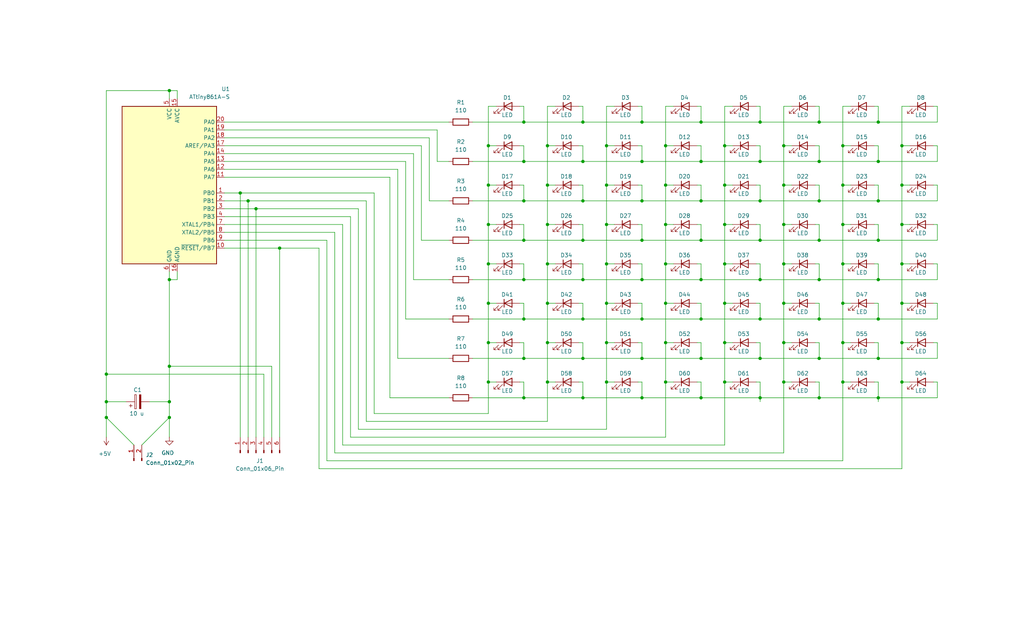
<source format=kicad_sch>
(kicad_sch (version 20250114) (generator "eeschema") (generator_version "9.0")
  (paper "User" 330.2 203.2)
  (title_block (title "SIK LEDIMÖSSÖ") (date "2025-10-31") (company "ELEKTRONIIKKAKERHO") (comment 1 "Jan Äärelä"))
  (junction (at 252.73 72.39))
  (junction (at 195.58 97.79))
  (junction (at 187.96 128.27))
  (junction (at 195.58 72.39))
  (junction (at 34.29 134.62))
  (junction (at 207.01 77.47))
  (junction (at 207.01 52.07))
  (junction (at 226.06 128.27))
  (junction (at 157.48 123.19))
  (junction (at 168.91 52.07))
  (junction (at 226.06 64.77))
  (junction (at 82.55 67.31))
  (junction (at 195.58 85.09))
  (junction (at 157.48 72.39))
  (junction (at 271.78 97.79))
  (junction (at 214.63 85.09))
  (junction (at 252.73 85.09))
  (junction (at 54.61 90.17))
  (junction (at 252.73 110.49))
  (junction (at 283.21 64.77))
  (junction (at 264.16 77.47))
  (junction (at 264.16 115.57))
  (junction (at 245.11 128.27))
  (junction (at 290.83 72.39))
  (junction (at 271.78 46.99))
  (junction (at 226.06 115.57))
  (junction (at 176.53 46.99))
  (junction (at 187.96 102.87))
  (junction (at 245.11 102.87))
  (junction (at 195.58 110.49))
  (junction (at 214.63 59.69))
  (junction (at 233.68 59.69))
  (junction (at 264.16 90.17))
  (junction (at 187.96 39.37))
  (junction (at 157.48 97.79))
  (junction (at 283.21 128.27))
  (junction (at 271.78 72.39))
  (junction (at 226.06 90.17))
  (junction (at 195.58 46.99))
  (junction (at 264.16 39.37))
  (junction (at 187.96 64.77))
  (junction (at 283.21 115.57))
  (junction (at 290.83 123.19))
  (junction (at 207.01 90.17))
  (junction (at 290.83 85.09))
  (junction (at 214.63 72.39))
  (junction (at 187.96 115.57))
  (junction (at 176.53 85.09))
  (junction (at 207.01 115.57))
  (junction (at 233.68 97.79))
  (junction (at 195.58 123.19))
  (junction (at 226.06 77.47))
  (junction (at 226.06 102.87))
  (junction (at 214.63 46.99))
  (junction (at 283.21 90.17))
  (junction (at 264.16 52.07))
  (junction (at 245.11 64.77))
  (junction (at 157.48 46.99))
  (junction (at 187.96 77.47))
  (junction (at 264.16 128.27))
  (junction (at 168.91 39.37))
  (junction (at 283.21 39.37))
  (junction (at 34.29 129.54))
  (junction (at 80.01 64.77))
  (junction (at 207.01 39.37))
  (junction (at 245.11 52.07))
  (junction (at 168.91 102.87))
  (junction (at 271.78 123.19))
  (junction (at 54.61 134.62))
  (junction (at 54.61 29.21))
  (junction (at 271.78 85.09))
  (junction (at 176.53 59.69))
  (junction (at 290.83 46.99))
  (junction (at 264.16 102.87))
  (junction (at 245.11 77.47))
  (junction (at 233.68 123.19))
  (junction (at 168.91 128.27))
  (junction (at 34.29 120.65))
  (junction (at 245.11 39.37))
  (junction (at 207.01 128.27))
  (junction (at 168.91 115.57))
  (junction (at 252.73 59.69))
  (junction (at 233.68 110.49))
  (junction (at 54.61 118.11))
  (junction (at 195.58 59.69))
  (junction (at 77.47 62.23))
  (junction (at 168.91 77.47))
  (junction (at 214.63 97.79))
  (junction (at 290.83 110.49))
  (junction (at 233.68 46.99))
  (junction (at 157.48 59.69))
  (junction (at 214.63 123.19))
  (junction (at 187.96 52.07))
  (junction (at 271.78 59.69))
  (junction (at 207.01 102.87))
  (junction (at 187.96 90.17))
  (junction (at 283.21 77.47))
  (junction (at 176.53 72.39))
  (junction (at 252.73 97.79))
  (junction (at 233.68 72.39))
  (junction (at 176.53 97.79))
  (junction (at 157.48 110.49))
  (junction (at 54.61 129.54))
  (junction (at 168.91 90.17))
  (junction (at 271.78 110.49))
  (junction (at 207.01 64.77))
  (junction (at 214.63 110.49))
  (junction (at 252.73 123.19))
  (junction (at 245.11 115.57))
  (junction (at 264.16 64.77))
  (junction (at 168.91 64.77))
  (junction (at 283.21 52.07))
  (junction (at 290.83 97.79))
  (junction (at 233.68 85.09))
  (junction (at 176.53 110.49))
  (junction (at 252.73 46.99))
  (junction (at 245.11 90.17))
  (junction (at 283.21 102.87))
  (junction (at 226.06 39.37))
  (junction (at 290.83 59.69))
  (junction (at 90.17 80.01))
  (junction (at 226.06 52.07))
  (junction (at 176.53 123.19))
  (junction (at 157.48 85.09))
  (wire (pts (xy 157.48 110.49) (xy 160.02 110.49)))
  (wire (pts (xy 135.89 46.99) (xy 135.89 77.47)))
  (wire (pts (xy 102.87 151.13) (xy 290.83 151.13)))
  (wire (pts (xy 152.4 102.87) (xy 168.91 102.87)))
  (wire (pts (xy 167.64 72.39) (xy 168.91 72.39)))
  (wire (pts (xy 264.16 59.69) (xy 264.16 64.77)))
  (wire (pts (xy 87.63 140.97) (xy 87.63 118.11)))
  (wire (pts (xy 252.73 85.09) (xy 255.27 85.09)))
  (wire (pts (xy 271.78 46.99) (xy 274.32 46.99)))
  (wire (pts (xy 264.16 34.29) (xy 264.16 39.37)))
  (wire (pts (xy 252.73 97.79) (xy 255.27 97.79)))
  (wire (pts (xy 187.96 52.07) (xy 187.96 46.99)))
  (wire (pts (xy 72.39 46.99) (xy 135.89 46.99)))
  (wire (pts (xy 207.01 72.39) (xy 207.01 77.47)))
  (wire (pts (xy 245.11 72.39) (xy 245.11 77.47)))
  (wire (pts (xy 195.58 59.69) (xy 198.12 59.69)))
  (wire (pts (xy 233.68 59.69) (xy 236.22 59.69)))
  (wire (pts (xy 226.06 52.07) (xy 207.01 52.07)))
  (wire (pts (xy 48.26 129.54) (xy 54.61 129.54)))
  (wire (pts (xy 72.39 41.91) (xy 140.97 41.91)))
  (wire (pts (xy 283.21 46.99) (xy 283.21 52.07)))
  (wire (pts (xy 176.53 97.79) (xy 176.53 110.49)))
  (wire (pts (xy 168.91 97.79) (xy 168.91 102.87)))
  (wire (pts (xy 283.21 85.09) (xy 283.21 90.17)))
  (wire (pts (xy 195.58 72.39) (xy 198.12 72.39)))
  (wire (pts (xy 233.68 97.79) (xy 236.22 97.79)))
  (wire (pts (xy 283.21 102.87) (xy 302.26 102.87)))
  (wire (pts (xy 207.01 115.57) (xy 226.06 115.57)))
  (wire (pts (xy 54.61 87.63) (xy 54.61 90.17)))
  (wire (pts (xy 34.29 134.62) (xy 34.29 140.97)))
  (wire (pts (xy 207.01 110.49) (xy 207.01 115.57)))
  (wire (pts (xy 187.96 64.77) (xy 187.96 59.69)))
  (wire (pts (xy 226.06 110.49) (xy 226.06 115.57)))
  (wire (pts (xy 283.21 97.79) (xy 283.21 102.87)))
  (wire (pts (xy 167.64 123.19) (xy 168.91 123.19)))
  (wire (pts (xy 186.69 123.19) (xy 187.96 123.19)))
  (wire (pts (xy 82.55 67.31) (xy 115.57 67.31)))
  (wire (pts (xy 214.63 85.09) (xy 214.63 97.79)))
  (wire (pts (xy 233.68 72.39) (xy 236.22 72.39)))
  (wire (pts (xy 45.72 143.51) (xy 54.61 134.62)))
  (wire (pts (xy 157.48 97.79) (xy 160.02 97.79)))
  (wire (pts (xy 245.11 123.19) (xy 245.11 128.27)))
  (wire (pts (xy 233.68 72.39) (xy 233.68 85.09)))
  (wire (pts (xy 264.16 39.37) (xy 283.21 39.37)))
  (wire (pts (xy 262.89 46.99) (xy 264.16 46.99)))
  (wire (pts (xy 195.58 72.39) (xy 195.58 85.09)))
  (wire (pts (xy 207.01 77.47) (xy 226.06 77.47)))
  (wire (pts (xy 168.91 85.09) (xy 168.91 90.17)))
  (wire (pts (xy 264.16 72.39) (xy 264.16 77.47)))
  (wire (pts (xy 290.83 59.69) (xy 290.83 72.39)))
  (wire (pts (xy 195.58 85.09) (xy 198.12 85.09)))
  (wire (pts (xy 271.78 148.59) (xy 271.78 123.19)))
  (wire (pts (xy 281.94 59.69) (xy 283.21 59.69)))
  (wire (pts (xy 264.16 115.57) (xy 283.21 115.57)))
  (wire (pts (xy 102.87 80.01) (xy 102.87 151.13)))
  (wire (pts (xy 283.21 110.49) (xy 283.21 115.57)))
  (wire (pts (xy 264.16 97.79) (xy 264.16 102.87)))
  (wire (pts (xy 130.81 102.87) (xy 144.78 102.87)))
  (wire (pts (xy 226.06 34.29) (xy 226.06 39.37)))
  (wire (pts (xy 214.63 140.97) (xy 214.63 123.19)))
  (wire (pts (xy 187.96 39.37) (xy 207.01 39.37)))
  (wire (pts (xy 113.03 140.97) (xy 214.63 140.97)))
  (wire (pts (xy 34.29 129.54) (xy 34.29 120.65)))
  (wire (pts (xy 168.91 46.99) (xy 168.91 52.07)))
  (wire (pts (xy 85.09 140.97) (xy 85.09 120.65)))
  (wire (pts (xy 243.84 97.79) (xy 245.11 97.79)))
  (wire (pts (xy 245.11 52.07) (xy 226.06 52.07)))
  (wire (pts (xy 207.01 39.37) (xy 226.06 39.37)))
  (wire (pts (xy 72.39 44.45) (xy 138.43 44.45)))
  (wire (pts (xy 233.68 34.29) (xy 233.68 46.99)))
  (wire (pts (xy 187.96 115.57) (xy 187.96 110.49)))
  (wire (pts (xy 245.11 64.77) (xy 264.16 64.77)))
  (wire (pts (xy 290.83 123.19) (xy 293.37 123.19)))
  (wire (pts (xy 207.01 102.87) (xy 226.06 102.87)))
  (wire (pts (xy 167.64 97.79) (xy 168.91 97.79)))
  (wire (pts (xy 54.61 118.11) (xy 87.63 118.11)))
  (wire (pts (xy 271.78 46.99) (xy 271.78 59.69)))
  (wire (pts (xy 168.91 72.39) (xy 168.91 77.47)))
  (wire (pts (xy 245.11 85.09) (xy 245.11 90.17)))
  (wire (pts (xy 264.16 46.99) (xy 264.16 52.07)))
  (wire (pts (xy 140.97 52.07) (xy 144.78 52.07)))
  (wire (pts (xy 187.96 46.99) (xy 186.69 46.99)))
  (wire (pts (xy 187.96 77.47) (xy 207.01 77.47)))
  (wire (pts (xy 207.01 59.69) (xy 207.01 64.77)))
  (wire (pts (xy 243.84 123.19) (xy 245.11 123.19)))
  (wire (pts (xy 157.48 97.79) (xy 157.48 85.09)))
  (wire (pts (xy 271.78 97.79) (xy 271.78 110.49)))
  (wire (pts (xy 90.17 80.01) (xy 90.17 140.97)))
  (wire (pts (xy 245.11 46.99) (xy 245.11 52.07)))
  (wire (pts (xy 176.53 135.89) (xy 176.53 123.19)))
  (wire (pts (xy 157.48 85.09) (xy 157.48 72.39)))
  (wire (pts (xy 233.68 85.09) (xy 236.22 85.09)))
  (wire (pts (xy 72.39 57.15) (xy 125.73 57.15)))
  (wire (pts (xy 262.89 85.09) (xy 264.16 85.09)))
  (wire (pts (xy 226.06 123.19) (xy 226.06 128.27)))
  (wire (pts (xy 302.26 110.49) (xy 302.26 115.57)))
  (wire (pts (xy 168.91 64.77) (xy 187.96 64.77)))
  (wire (pts (xy 271.78 85.09) (xy 274.32 85.09)))
  (wire (pts (xy 300.99 59.69) (xy 302.26 59.69)))
  (wire (pts (xy 128.27 54.61) (xy 128.27 115.57)))
  (wire (pts (xy 271.78 59.69) (xy 271.78 72.39)))
  (wire (pts (xy 168.91 90.17) (xy 187.96 90.17)))
  (wire (pts (xy 271.78 59.69) (xy 274.32 59.69)))
  (wire (pts (xy 264.16 90.17) (xy 283.21 90.17)))
  (wire (pts (xy 115.57 67.31) (xy 115.57 138.43)))
  (wire (pts (xy 243.84 85.09) (xy 245.11 85.09)))
  (wire (pts (xy 281.94 123.19) (xy 283.21 123.19)))
  (wire (pts (xy 226.06 97.79) (xy 226.06 102.87)))
  (wire (pts (xy 233.68 123.19) (xy 236.22 123.19)))
  (wire (pts (xy 54.61 29.21) (xy 54.61 31.75)))
  (wire (pts (xy 72.39 77.47) (xy 105.41 77.47)))
  (wire (pts (xy 283.21 52.07) (xy 302.26 52.07)))
  (wire (pts (xy 243.84 110.49) (xy 245.11 110.49)))
  (wire (pts (xy 167.64 46.99) (xy 168.91 46.99)))
  (wire (pts (xy 72.39 80.01) (xy 90.17 80.01)))
  (wire (pts (xy 283.21 34.29) (xy 283.21 39.37)))
  (wire (pts (xy 186.69 97.79) (xy 187.96 97.79)))
  (wire (pts (xy 198.12 34.29) (xy 195.58 34.29)))
  (wire (pts (xy 90.17 80.01) (xy 102.87 80.01)))
  (wire (pts (xy 264.16 110.49) (xy 264.16 115.57)))
  (wire (pts (xy 264.16 64.77) (xy 283.21 64.77)))
  (wire (pts (xy 252.73 110.49) (xy 252.73 123.19)))
  (wire (pts (xy 105.41 148.59) (xy 271.78 148.59)))
  (wire (pts (xy 214.63 72.39) (xy 214.63 85.09)))
  (wire (pts (xy 205.74 123.19) (xy 207.01 123.19)))
  (wire (pts (xy 252.73 72.39) (xy 252.73 85.09)))
  (wire (pts (xy 252.73 34.29) (xy 252.73 46.99)))
  (wire (pts (xy 157.48 123.19) (xy 157.48 110.49)))
  (wire (pts (xy 168.91 128.27) (xy 187.96 128.27)))
  (wire (pts (xy 290.83 46.99) (xy 290.83 59.69)))
  (wire (pts (xy 243.84 59.69) (xy 245.11 59.69)))
  (wire (pts (xy 245.11 90.17) (xy 264.16 90.17)))
  (wire (pts (xy 214.63 110.49) (xy 214.63 123.19)))
  (wire (pts (xy 187.96 128.27) (xy 207.01 128.27)))
  (wire (pts (xy 283.21 90.17) (xy 302.26 90.17)))
  (wire (pts (xy 207.01 97.79) (xy 207.01 102.87)))
  (wire (pts (xy 152.4 52.07) (xy 168.91 52.07)))
  (wire (pts (xy 34.29 120.65) (xy 85.09 120.65)))
  (wire (pts (xy 195.58 59.69) (xy 195.58 72.39)))
  (wire (pts (xy 252.73 59.69) (xy 252.73 72.39)))
  (wire (pts (xy 80.01 64.77) (xy 118.11 64.77)))
  (wire (pts (xy 186.69 59.69) (xy 187.96 59.69)))
  (wire (pts (xy 207.01 128.27) (xy 226.06 128.27)))
  (wire (pts (xy 271.78 110.49) (xy 271.78 123.19)))
  (wire (pts (xy 187.96 115.57) (xy 207.01 115.57)))
  (wire (pts (xy 302.26 72.39) (xy 302.26 77.47)))
  (wire (pts (xy 157.48 46.99) (xy 160.02 46.99)))
  (wire (pts (xy 262.89 59.69) (xy 264.16 59.69)))
  (wire (pts (xy 167.64 110.49) (xy 168.91 110.49)))
  (wire (pts (xy 302.26 59.69) (xy 302.26 64.77)))
  (wire (pts (xy 252.73 72.39) (xy 255.27 72.39)))
  (wire (pts (xy 138.43 64.77) (xy 144.78 64.77)))
  (wire (pts (xy 130.81 52.07) (xy 130.81 102.87)))
  (wire (pts (xy 293.37 34.29) (xy 290.83 34.29)))
  (wire (pts (xy 176.53 97.79) (xy 179.07 97.79)))
  (wire (pts (xy 118.11 64.77) (xy 118.11 135.89)))
  (wire (pts (xy 214.63 97.79) (xy 214.63 110.49)))
  (wire (pts (xy 187.96 77.47) (xy 187.96 72.39)))
  (wire (pts (xy 125.73 128.27) (xy 144.78 128.27)))
  (wire (pts (xy 245.11 39.37) (xy 264.16 39.37)))
  (wire (pts (xy 226.06 72.39) (xy 226.06 77.47)))
  (wire (pts (xy 262.89 72.39) (xy 264.16 72.39)))
  (wire (pts (xy 214.63 72.39) (xy 217.17 72.39)))
  (wire (pts (xy 283.21 115.57) (xy 302.26 115.57)))
  (wire (pts (xy 168.91 123.19) (xy 168.91 128.27)))
  (wire (pts (xy 262.89 110.49) (xy 264.16 110.49)))
  (wire (pts (xy 302.26 97.79) (xy 302.26 102.87)))
  (wire (pts (xy 54.61 129.54) (xy 54.61 134.62)))
  (wire (pts (xy 72.39 49.53) (xy 133.35 49.53)))
  (wire (pts (xy 135.89 77.47) (xy 144.78 77.47)))
  (wire (pts (xy 283.21 77.47) (xy 302.26 77.47)))
  (wire (pts (xy 214.63 123.19) (xy 217.17 123.19)))
  (wire (pts (xy 205.74 72.39) (xy 207.01 72.39)))
  (wire (pts (xy 176.53 110.49) (xy 179.07 110.49)))
  (wire (pts (xy 176.53 123.19) (xy 179.07 123.19)))
  (wire (pts (xy 290.83 85.09) (xy 290.83 97.79)))
  (wire (pts (xy 274.32 123.19) (xy 271.78 123.19)))
  (wire (pts (xy 281.94 85.09) (xy 283.21 85.09)))
  (wire (pts (xy 187.96 52.07) (xy 207.01 52.07)))
  (wire (pts (xy 72.39 67.31) (xy 82.55 67.31)))
  (wire (pts (xy 205.74 34.29) (xy 207.01 34.29)))
  (wire (pts (xy 77.47 62.23) (xy 120.65 62.23)))
  (wire (pts (xy 214.63 34.29) (xy 214.63 46.99)))
  (wire (pts (xy 195.58 110.49) (xy 195.58 123.19)))
  (wire (pts (xy 152.4 115.57) (xy 168.91 115.57)))
  (wire (pts (xy 157.48 59.69) (xy 157.48 46.99)))
  (wire (pts (xy 281.94 97.79) (xy 283.21 97.79)))
  (wire (pts (xy 300.99 123.19) (xy 302.26 123.19)))
  (wire (pts (xy 252.73 46.99) (xy 255.27 46.99)))
  (wire (pts (xy 302.26 123.19) (xy 302.26 128.27)))
  (wire (pts (xy 176.53 72.39) (xy 176.53 85.09)))
  (wire (pts (xy 245.11 77.47) (xy 264.16 77.47)))
  (wire (pts (xy 34.29 129.54) (xy 40.64 129.54)))
  (wire (pts (xy 82.55 67.31) (xy 82.55 140.97)))
  (wire (pts (xy 157.48 72.39) (xy 157.48 59.69)))
  (wire (pts (xy 245.11 34.29) (xy 245.11 39.37)))
  (wire (pts (xy 255.27 34.29) (xy 252.73 34.29)))
  (wire (pts (xy 168.91 59.69) (xy 168.91 64.77)))
  (wire (pts (xy 176.53 110.49) (xy 176.53 123.19)))
  (wire (pts (xy 224.79 59.69) (xy 226.06 59.69)))
  (wire (pts (xy 224.79 46.99) (xy 226.06 46.99)))
  (wire (pts (xy 205.74 85.09) (xy 207.01 85.09)))
  (wire (pts (xy 110.49 143.51) (xy 233.68 143.51)))
  (wire (pts (xy 226.06 115.57) (xy 245.11 115.57)))
  (wire (pts (xy 271.78 72.39) (xy 274.32 72.39)))
  (wire (pts (xy 302.26 64.77) (xy 283.21 64.77)))
  (wire (pts (xy 205.74 59.69) (xy 207.01 59.69)))
  (wire (pts (xy 245.11 110.49) (xy 245.11 115.57)))
  (wire (pts (xy 195.58 138.43) (xy 195.58 123.19)))
  (wire (pts (xy 43.18 143.51) (xy 34.29 134.62)))
  (wire (pts (xy 214.63 46.99) (xy 214.63 59.69)))
  (wire (pts (xy 300.99 97.79) (xy 302.26 97.79)))
  (wire (pts (xy 271.78 72.39) (xy 271.78 85.09)))
  (wire (pts (xy 168.91 110.49) (xy 168.91 115.57)))
  (wire (pts (xy 113.03 69.85) (xy 113.03 140.97)))
  (wire (pts (xy 120.65 62.23) (xy 120.65 133.35)))
  (wire (pts (xy 262.89 34.29) (xy 264.16 34.29)))
  (wire (pts (xy 245.11 59.69) (xy 245.11 64.77)))
  (wire (pts (xy 195.58 110.49) (xy 198.12 110.49)))
  (wire (pts (xy 120.65 133.35) (xy 157.48 133.35)))
  (wire (pts (xy 271.78 85.09) (xy 271.78 97.79)))
  (wire (pts (xy 281.94 110.49) (xy 283.21 110.49)))
  (wire (pts (xy 187.96 102.87) (xy 187.96 97.79)))
  (wire (pts (xy 226.06 64.77) (xy 245.11 64.77)))
  (wire (pts (xy 252.73 123.19) (xy 255.27 123.19)))
  (wire (pts (xy 152.4 128.27) (xy 168.91 128.27)))
  (wire (pts (xy 54.61 134.62) (xy 54.61 140.97)))
  (wire (pts (xy 214.63 59.69) (xy 217.17 59.69)))
  (wire (pts (xy 186.69 85.09) (xy 187.96 85.09)))
  (wire (pts (xy 186.69 72.39) (xy 187.96 72.39)))
  (wire (pts (xy 157.48 72.39) (xy 160.02 72.39)))
  (wire (pts (xy 176.53 85.09) (xy 176.53 97.79)))
  (wire (pts (xy 217.17 34.29) (xy 214.63 34.29)))
  (wire (pts (xy 281.94 34.29) (xy 283.21 34.29)))
  (wire (pts (xy 105.41 77.47) (xy 105.41 148.59)))
  (wire (pts (xy 195.58 85.09) (xy 195.58 97.79)))
  (wire (pts (xy 281.94 72.39) (xy 283.21 72.39)))
  (wire (pts (xy 283.21 72.39) (xy 283.21 77.47)))
  (wire (pts (xy 233.68 110.49) (xy 233.68 123.19)))
  (wire (pts (xy 77.47 62.23) (xy 77.47 140.97)))
  (wire (pts (xy 262.89 123.19) (xy 264.16 123.19)))
  (wire (pts (xy 54.61 118.11) (xy 54.61 129.54)))
  (wire (pts (xy 252.73 110.49) (xy 255.27 110.49)))
  (wire (pts (xy 290.83 97.79) (xy 293.37 97.79)))
  (wire (pts (xy 157.48 85.09) (xy 160.02 85.09)))
  (wire (pts (xy 80.01 64.77) (xy 80.01 140.97)))
  (wire (pts (xy 195.58 97.79) (xy 195.58 110.49)))
  (wire (pts (xy 214.63 85.09) (xy 217.17 85.09)))
  (wire (pts (xy 207.01 85.09) (xy 207.01 90.17)))
  (wire (pts (xy 233.68 123.19) (xy 233.68 143.51)))
  (wire (pts (xy 243.84 46.99) (xy 245.11 46.99)))
  (wire (pts (xy 207.01 34.29) (xy 207.01 39.37)))
  (wire (pts (xy 186.69 110.49) (xy 187.96 110.49)))
  (wire (pts (xy 207.01 123.19) (xy 207.01 128.27)))
  (wire (pts (xy 168.91 34.29) (xy 168.91 39.37)))
  (wire (pts (xy 233.68 59.69) (xy 233.68 72.39)))
  (wire (pts (xy 72.39 62.23) (xy 77.47 62.23)))
  (wire (pts (xy 107.95 74.93) (xy 107.95 146.05)))
  (wire (pts (xy 264.16 52.07) (xy 283.21 52.07)))
  (wire (pts (xy 57.15 87.63) (xy 57.15 90.17)))
  (wire (pts (xy 302.26 46.99) (xy 302.26 52.07)))
  (wire (pts (xy 224.79 123.19) (xy 226.06 123.19)))
  (wire (pts (xy 226.06 128.27) (xy 245.11 128.27)))
  (wire (pts (xy 205.74 97.79) (xy 207.01 97.79)))
  (wire (pts (xy 283.21 39.37) (xy 302.26 39.37)))
  (wire (pts (xy 283.21 128.27) (xy 283.21 129.54)))
  (wire (pts (xy 214.63 110.49) (xy 217.17 110.49)))
  (wire (pts (xy 34.29 29.21) (xy 54.61 29.21)))
  (wire (pts (xy 152.4 64.77) (xy 168.91 64.77)))
  (wire (pts (xy 236.22 34.29) (xy 233.68 34.29)))
  (wire (pts (xy 168.91 52.07) (xy 187.96 52.07)))
  (wire (pts (xy 133.35 90.17) (xy 144.78 90.17)))
  (wire (pts (xy 271.78 34.29) (xy 271.78 46.99)))
  (wire (pts (xy 167.64 34.29) (xy 168.91 34.29)))
  (wire (pts (xy 195.58 46.99) (xy 195.58 59.69)))
  (wire (pts (xy 283.21 123.19) (xy 283.21 128.27)))
  (wire (pts (xy 290.83 34.29) (xy 290.83 46.99)))
  (wire (pts (xy 157.48 59.69) (xy 160.02 59.69)))
  (wire (pts (xy 290.83 72.39) (xy 290.83 85.09)))
  (wire (pts (xy 176.53 85.09) (xy 179.07 85.09)))
  (wire (pts (xy 187.96 102.87) (xy 207.01 102.87)))
  (wire (pts (xy 157.48 133.35) (xy 157.48 123.19)))
  (wire (pts (xy 195.58 34.29) (xy 195.58 46.99)))
  (wire (pts (xy 34.29 120.65) (xy 34.29 29.21)))
  (wire (pts (xy 57.15 29.21) (xy 57.15 31.75)))
  (wire (pts (xy 274.32 34.29) (xy 271.78 34.29)))
  (wire (pts (xy 271.78 97.79) (xy 274.32 97.79)))
  (wire (pts (xy 224.79 34.29) (xy 226.06 34.29)))
  (wire (pts (xy 252.73 59.69) (xy 255.27 59.69)))
  (wire (pts (xy 233.68 46.99) (xy 233.68 59.69)))
  (wire (pts (xy 110.49 72.39) (xy 110.49 143.51)))
  (wire (pts (xy 224.79 72.39) (xy 226.06 72.39)))
  (wire (pts (xy 157.48 110.49) (xy 157.48 97.79)))
  (wire (pts (xy 54.61 90.17) (xy 57.15 90.17)))
  (wire (pts (xy 179.07 34.29) (xy 176.53 34.29)))
  (wire (pts (xy 186.69 34.29) (xy 187.96 34.29)))
  (wire (pts (xy 195.58 123.19) (xy 198.12 123.19)))
  (wire (pts (xy 243.84 34.29) (xy 245.11 34.29)))
  (wire (pts (xy 290.83 72.39) (xy 293.37 72.39)))
  (wire (pts (xy 252.73 97.79) (xy 252.73 110.49)))
  (wire (pts (xy 233.68 97.79) (xy 233.68 110.49)))
  (wire (pts (xy 252.73 146.05) (xy 252.73 123.19)))
  (wire (pts (xy 72.39 74.93) (xy 107.95 74.93)))
  (wire (pts (xy 264.16 123.19) (xy 264.16 128.27)))
  (wire (pts (xy 54.61 29.21) (xy 57.15 29.21)))
  (wire (pts (xy 226.06 90.17) (xy 245.11 90.17)))
  (wire (pts (xy 207.01 90.17) (xy 226.06 90.17)))
  (wire (pts (xy 160.02 123.19) (xy 157.48 123.19)))
  (wire (pts (xy 168.91 102.87) (xy 187.96 102.87)))
  (wire (pts (xy 264.16 102.87) (xy 283.21 102.87)))
  (wire (pts (xy 205.74 110.49) (xy 207.01 110.49)))
  (wire (pts (xy 226.06 85.09) (xy 226.06 90.17)))
  (wire (pts (xy 187.96 90.17) (xy 207.01 90.17)))
  (wire (pts (xy 226.06 46.99) (xy 226.06 52.07)))
  (wire (pts (xy 264.16 85.09) (xy 264.16 90.17)))
  (wire (pts (xy 195.58 97.79) (xy 198.12 97.79)))
  (wire (pts (xy 243.84 72.39) (xy 245.11 72.39)))
  (wire (pts (xy 54.61 118.11) (xy 54.61 90.17)))
  (wire (pts (xy 125.73 57.15) (xy 125.73 128.27)))
  (wire (pts (xy 152.4 90.17) (xy 168.91 90.17)))
  (wire (pts (xy 187.96 128.27) (xy 187.96 123.19)))
  (wire (pts (xy 176.53 59.69) (xy 179.07 59.69)))
  (wire (pts (xy 128.27 115.57) (xy 144.78 115.57)))
  (wire (pts (xy 300.99 110.49) (xy 302.26 110.49)))
  (wire (pts (xy 214.63 46.99) (xy 217.17 46.99)))
  (wire (pts (xy 302.26 85.09) (xy 302.26 90.17)))
  (wire (pts (xy 214.63 97.79) (xy 217.17 97.79)))
  (wire (pts (xy 252.73 46.99) (xy 252.73 59.69)))
  (wire (pts (xy 168.91 77.47) (xy 187.96 77.47)))
  (wire (pts (xy 34.29 129.54) (xy 34.29 134.62)))
  (wire (pts (xy 207.01 64.77) (xy 226.06 64.77)))
  (wire (pts (xy 157.48 34.29) (xy 160.02 34.29)))
  (wire (pts (xy 72.39 54.61) (xy 128.27 54.61)))
  (wire (pts (xy 290.83 59.69) (xy 293.37 59.69)))
  (wire (pts (xy 176.53 46.99) (xy 176.53 59.69)))
  (wire (pts (xy 72.39 69.85) (xy 113.03 69.85)))
  (wire (pts (xy 283.21 128.27) (xy 302.26 128.27)))
  (wire (pts (xy 167.64 59.69) (xy 168.91 59.69)))
  (wire (pts (xy 118.11 135.89) (xy 176.53 135.89)))
  (wire (pts (xy 138.43 44.45) (xy 138.43 64.77)))
  (wire (pts (xy 264.16 77.47) (xy 283.21 77.47)))
  (wire (pts (xy 290.83 97.79) (xy 290.83 110.49)))
  (wire (pts (xy 274.32 110.49) (xy 271.78 110.49)))
  (wire (pts (xy 290.83 85.09) (xy 293.37 85.09)))
  (wire (pts (xy 300.99 34.29) (xy 302.26 34.29)))
  (wire (pts (xy 205.74 46.99) (xy 207.01 46.99)))
  (wire (pts (xy 115.57 138.43) (xy 195.58 138.43)))
  (wire (pts (xy 176.53 46.99) (xy 179.07 46.99)))
  (wire (pts (xy 72.39 39.37) (xy 144.78 39.37)))
  (wire (pts (xy 176.53 72.39) (xy 179.07 72.39)))
  (wire (pts (xy 302.26 39.37) (xy 302.26 34.29)))
  (wire (pts (xy 152.4 77.47) (xy 168.91 77.47)))
  (wire (pts (xy 245.11 115.57) (xy 264.16 115.57)))
  (wire (pts (xy 226.06 59.69) (xy 226.06 64.77)))
  (wire (pts (xy 214.63 59.69) (xy 214.63 72.39)))
  (wire (pts (xy 290.83 151.13) (xy 290.83 123.19)))
  (wire (pts (xy 72.39 52.07) (xy 130.81 52.07)))
  (wire (pts (xy 226.06 77.47) (xy 245.11 77.47)))
  (wire (pts (xy 290.83 110.49) (xy 293.37 110.49)))
  (wire (pts (xy 252.73 85.09) (xy 252.73 97.79)))
  (wire (pts (xy 281.94 46.99) (xy 283.21 46.99)))
  (wire (pts (xy 245.11 128.27) (xy 245.11 129.54)))
  (wire (pts (xy 300.99 85.09) (xy 302.26 85.09)))
  (wire (pts (xy 72.39 64.77) (xy 80.01 64.77)))
  (wire (pts (xy 233.68 46.99) (xy 236.22 46.99)))
  (wire (pts (xy 233.68 85.09) (xy 233.68 97.79)))
  (wire (pts (xy 72.39 72.39) (xy 110.49 72.39)))
  (wire (pts (xy 176.53 59.69) (xy 176.53 72.39)))
  (wire (pts (xy 245.11 128.27) (xy 264.16 128.27)))
  (wire (pts (xy 224.79 110.49) (xy 226.06 110.49)))
  (wire (pts (xy 245.11 97.79) (xy 245.11 102.87)))
  (wire (pts (xy 107.95 146.05) (xy 252.73 146.05)))
  (wire (pts (xy 195.58 46.99) (xy 198.12 46.99)))
  (wire (pts (xy 176.53 34.29) (xy 176.53 46.99)))
  (wire (pts (xy 140.97 41.91) (xy 140.97 52.07)))
  (wire (pts (xy 133.35 49.53) (xy 133.35 90.17)))
  (wire (pts (xy 187.96 34.29) (xy 187.96 39.37)))
  (wire (pts (xy 226.06 39.37) (xy 245.11 39.37)))
  (wire (pts (xy 187.96 90.17) (xy 187.96 85.09)))
  (wire (pts (xy 226.06 102.87) (xy 245.11 102.87)))
  (wire (pts (xy 168.91 115.57) (xy 187.96 115.57)))
  (wire (pts (xy 233.68 110.49) (xy 236.22 110.49)))
  (wire (pts (xy 168.91 39.37) (xy 187.96 39.37)))
  (wire (pts (xy 157.48 46.99) (xy 157.48 34.29)))
  (wire (pts (xy 264.16 128.27) (xy 283.21 128.27)))
  (wire (pts (xy 300.99 72.39) (xy 302.26 72.39)))
  (wire (pts (xy 245.11 52.07) (xy 264.16 52.07)))
  (wire (pts (xy 300.99 46.99) (xy 302.26 46.99)))
  (wire (pts (xy 290.83 110.49) (xy 290.83 123.19)))
  (wire (pts (xy 167.64 85.09) (xy 168.91 85.09)))
  (wire (pts (xy 283.21 59.69) (xy 283.21 64.77)))
  (wire (pts (xy 152.4 39.37) (xy 168.91 39.37)))
  (wire (pts (xy 262.89 97.79) (xy 264.16 97.79)))
  (wire (pts (xy 290.83 46.99) (xy 293.37 46.99)))
  (wire (pts (xy 224.79 97.79) (xy 226.06 97.79)))
  (wire (pts (xy 224.79 85.09) (xy 226.06 85.09)))
  (wire (pts (xy 187.96 64.77) (xy 207.01 64.77)))
  (wire (pts (xy 245.11 102.87) (xy 264.16 102.87)))
  (wire (pts (xy 207.01 46.99) (xy 207.01 52.07)))
  (symbol (lib_id "Device:LED") (at 240.03 72.39 0) (unit 1)
    (property "Reference" "D29" (at 239.776 69.596 0))
    (property "Value" "LED" (at 239.776 75.184 0))
    (property "Footprint" "LED_THT:LED_D5.0mm" (effects (hide yes)))
    (property "Description" "Light emitting diode" (effects (hide yes)))
    (property "Sim.Pins" "1=K 2=A" (effects (hide yes)))
  )
  (symbol (lib_id "Device:LED") (at 201.93 85.09 0) (unit 1)
    (property "Reference" "D35" (at 201.676 82.296 0))
    (property "Value" "LED" (at 201.676 87.884 0))
    (property "Footprint" "LED_THT:LED_D5.0mm" (effects (hide yes)))
    (property "Description" "Light emitting diode" (effects (hide yes)))
    (property "Sim.Pins" "1=K 2=A" (effects (hide yes)))
  )
  (symbol (lib_id "Device:LED") (at 220.98 34.29 0) (unit 1)
    (property "Reference" "D4" (at 220.726 31.496 0))
    (property "Value" "LED" (at 220.726 37.084 0))
    (property "Footprint" "LED_THT:LED_D5.0mm" (effects (hide yes)))
    (property "Description" "Light emitting diode" (effects (hide yes)))
    (property "Sim.Pins" "1=K 2=A" (effects (hide yes)))
  )
  (symbol (lib_id "Device:LED") (at 182.88 72.39 0) (unit 1)
    (property "Reference" "D26" (at 182.626 69.596 0))
    (property "Value" "LED" (at 182.626 75.184 0))
    (property "Footprint" "LED_THT:LED_D5.0mm" (effects (hide yes)))
    (property "Description" "Light emitting diode" (effects (hide yes)))
    (property "Sim.Pins" "1=K 2=A" (effects (hide yes)))
  )
  (symbol (lib_id "Device:LED") (at 240.03 123.19 0) (unit 1)
    (property "Reference" "D61" (at 239.776 120.396 0))
    (property "Value" "LED" (at 239.776 125.984 0))
    (property "Footprint" "LED_THT:LED_D5.0mm" (effects (hide yes)))
    (property "Description" "Light emitting diode" (effects (hide yes)))
    (property "Sim.Pins" "1=K 2=A" (effects (hide yes)))
  )
  (symbol (lib_id "Device:LED") (at 182.88 34.29 0) (unit 1)
    (property "Reference" "D2" (at 182.626 31.496 0))
    (property "Value" "LED" (at 182.626 37.084 0))
    (property "Footprint" "LED_THT:LED_D5.0mm" (effects (hide yes)))
    (property "Description" "Light emitting diode" (effects (hide yes)))
    (property "Sim.Pins" "1=K 2=A" (effects (hide yes)))
  )
  (symbol (lib_id "Device:LED") (at 297.18 59.69 0) (unit 1)
    (property "Reference" "D24" (at 296.926 56.896 0))
    (property "Value" "LED" (at 296.926 62.484 0))
    (property "Footprint" "LED_THT:LED_D5.0mm" (effects (hide yes)))
    (property "Description" "Light emitting diode" (effects (hide yes)))
    (property "Sim.Pins" "1=K 2=A" (effects (hide yes)))
  )
  (symbol (lib_id "Device:LED") (at 278.13 123.19 0) (unit 1)
    (property "Reference" "D63" (at 277.876 120.396 0))
    (property "Value" "LED" (at 277.876 125.984 0))
    (property "Footprint" "LED_THT:LED_D5.0mm" (effects (hide yes)))
    (property "Description" "Light emitting diode" (effects (hide yes)))
    (property "Sim.Pins" "1=K 2=A" (effects (hide yes)))
  )
  (symbol (lib_id "Device:LED") (at 220.98 59.69 0) (unit 1)
    (property "Reference" "D20" (at 220.726 56.896 0))
    (property "Value" "LED" (at 220.726 62.484 0))
    (property "Footprint" "LED_THT:LED_D5.0mm" (effects (hide yes)))
    (property "Description" "Light emitting diode" (effects (hide yes)))
    (property "Sim.Pins" "1=K 2=A" (effects (hide yes)))
  )
  (symbol (lib_id "power:+5V") (at 34.29 140.97 180) (unit 1)
    (property "Reference" "#PWR01" (effects (hide yes)))
    (property "Value" "+5V" (at 35.814 146.304 0) (effects (justify left)))
    (property "Description" "Power symbol creates a global label with name \"+5V\"" (effects (hide yes)))
  )
  (symbol (lib_id "Device:LED") (at 259.08 59.69 0) (unit 1)
    (property "Reference" "D22" (at 258.826 56.896 0))
    (property "Value" "LED" (at 258.826 62.484 0))
    (property "Footprint" "LED_THT:LED_D5.0mm" (effects (hide yes)))
    (property "Description" "Light emitting diode" (effects (hide yes)))
    (property "Sim.Pins" "1=K 2=A" (effects (hide yes)))
  )
  (symbol (lib_id "Device:LED") (at 182.88 59.69 0) (unit 1)
    (property "Reference" "D18" (at 182.626 56.896 0))
    (property "Value" "LED" (at 182.626 62.484 0))
    (property "Footprint" "LED_THT:LED_D5.0mm" (effects (hide yes)))
    (property "Description" "Light emitting diode" (effects (hide yes)))
    (property "Sim.Pins" "1=K 2=A" (effects (hide yes)))
  )
  (symbol (lib_id "Device:R") (at 148.59 77.47 90) (unit 1)
    (property "Reference" "R4" (at 148.59 71.12 90))
    (property "Value" "110" (at 148.59 73.66 90))
    (property "Footprint" "Resistor_SMD:R_1206_3216Metric_Pad1.30x1.75mm_HandSolder" (effects (hide yes)))
    (property "Description" "Resistor" (effects (hide yes)))
  )
  (symbol (lib_id "Device:LED") (at 201.93 110.49 0) (unit 1)
    (property "Reference" "D51" (at 201.676 107.696 0))
    (property "Value" "LED" (at 201.676 113.284 0))
    (property "Footprint" "LED_THT:LED_D5.0mm" (effects (hide yes)))
    (property "Description" "Light emitting diode" (effects (hide yes)))
    (property "Sim.Pins" "1=K 2=A" (effects (hide yes)))
  )
  (symbol (lib_id "Device:LED") (at 220.98 72.39 0) (unit 1)
    (property "Reference" "D28" (at 220.726 69.596 0))
    (property "Value" "LED" (at 220.726 75.184 0))
    (property "Footprint" "LED_THT:LED_D5.0mm" (effects (hide yes)))
    (property "Description" "Light emitting diode" (effects (hide yes)))
    (property "Sim.Pins" "1=K 2=A" (effects (hide yes)))
  )
  (symbol (lib_id "Device:LED") (at 182.88 97.79 0) (unit 1)
    (property "Reference" "D42" (at 182.626 94.996 0))
    (property "Value" "LED" (at 182.626 100.584 0))
    (property "Footprint" "LED_THT:LED_D5.0mm" (effects (hide yes)))
    (property "Description" "Light emitting diode" (effects (hide yes)))
    (property "Sim.Pins" "1=K 2=A" (effects (hide yes)))
  )
  (symbol (lib_id "Device:LED") (at 201.93 46.99 0) (unit 1)
    (property "Reference" "D11" (at 201.676 44.196 0))
    (property "Value" "LED" (at 201.676 49.784 0))
    (property "Footprint" "LED_THT:LED_D5.0mm" (effects (hide yes)))
    (property "Description" "Light emitting diode" (effects (hide yes)))
    (property "Sim.Pins" "1=K 2=A" (effects (hide yes)))
  )
  (symbol (lib_id "Device:LED") (at 240.03 46.99 0) (unit 1)
    (property "Reference" "D13" (at 239.776 44.196 0))
    (property "Value" "LED" (at 239.776 49.784 0))
    (property "Footprint" "LED_THT:LED_D5.0mm" (effects (hide yes)))
    (property "Description" "Light emitting diode" (effects (hide yes)))
    (property "Sim.Pins" "1=K 2=A" (effects (hide yes)))
  )
  (symbol (lib_id "Device:R") (at 148.59 128.27 90) (unit 1)
    (property "Reference" "R8" (at 148.59 121.92 90))
    (property "Value" "110" (at 148.59 124.46 90))
    (property "Footprint" "Resistor_SMD:R_1206_3216Metric_Pad1.30x1.75mm_HandSolder" (effects (hide yes)))
    (property "Description" "Resistor" (effects (hide yes)))
  )
  (symbol (lib_id "Device:LED") (at 163.83 110.49 0) (unit 1)
    (property "Reference" "D49" (at 163.576 107.696 0))
    (property "Value" "LED" (at 163.576 113.284 0))
    (property "Footprint" "LED_THT:LED_D5.0mm" (effects (hide yes)))
    (property "Description" "Light emitting diode" (effects (hide yes)))
    (property "Sim.Pins" "1=K 2=A" (effects (hide yes)))
  )
  (symbol (lib_id "Device:LED") (at 278.13 34.29 0) (unit 1)
    (property "Reference" "D7" (at 277.876 31.496 0))
    (property "Value" "LED" (at 277.876 37.084 0))
    (property "Footprint" "LED_THT:LED_D5.0mm" (effects (hide yes)))
    (property "Description" "Light emitting diode" (effects (hide yes)))
    (property "Sim.Pins" "1=K 2=A" (effects (hide yes)))
  )
  (symbol (lib_id "Device:LED") (at 240.03 110.49 0) (unit 1)
    (property "Reference" "D53" (at 239.776 107.696 0))
    (property "Value" "LED" (at 239.776 113.284 0))
    (property "Footprint" "LED_THT:LED_D5.0mm" (effects (hide yes)))
    (property "Description" "Light emitting diode" (effects (hide yes)))
    (property "Sim.Pins" "1=K 2=A" (effects (hide yes)))
  )
  (symbol (lib_id "Device:LED") (at 182.88 46.99 0) (unit 1)
    (property "Reference" "D10" (at 182.626 44.196 0))
    (property "Value" "LED" (at 182.626 49.784 0))
    (property "Footprint" "LED_THT:LED_D5.0mm" (effects (hide yes)))
    (property "Description" "Light emitting diode" (effects (hide yes)))
    (property "Sim.Pins" "1=K 2=A" (effects (hide yes)))
  )
  (symbol (lib_id "Device:LED") (at 201.93 123.19 0) (unit 1)
    (property "Reference" "D59" (at 201.676 120.396 0))
    (property "Value" "LED" (at 201.676 125.984 0))
    (property "Footprint" "LED_THT:LED_D5.0mm" (effects (hide yes)))
    (property "Description" "Light emitting diode" (effects (hide yes)))
    (property "Sim.Pins" "1=K 2=A" (effects (hide yes)))
  )
  (symbol (lib_id "Device:LED") (at 259.08 97.79 0) (unit 1)
    (property "Reference" "D46" (at 258.826 94.996 0))
    (property "Value" "LED" (at 258.826 100.584 0))
    (property "Footprint" "LED_THT:LED_D5.0mm" (effects (hide yes)))
    (property "Description" "Light emitting diode" (effects (hide yes)))
    (property "Sim.Pins" "1=K 2=A" (effects (hide yes)))
  )
  (symbol (lib_id "Device:LED") (at 220.98 97.79 0) (unit 1)
    (property "Reference" "D44" (at 220.726 94.996 0))
    (property "Value" "LED" (at 220.726 100.584 0))
    (property "Footprint" "LED_THT:LED_D5.0mm" (effects (hide yes)))
    (property "Description" "Light emitting diode" (effects (hide yes)))
    (property "Sim.Pins" "1=K 2=A" (effects (hide yes)))
  )
  (symbol (lib_id "Device:LED") (at 163.83 123.19 0) (unit 1)
    (property "Reference" "D57" (at 163.576 120.396 0))
    (property "Value" "LED" (at 163.576 125.984 0))
    (property "Footprint" "LED_THT:LED_D5.0mm" (effects (hide yes)))
    (property "Description" "Light emitting diode" (effects (hide yes)))
    (property "Sim.Pins" "1=K 2=A" (effects (hide yes)))
  )
  (symbol (lib_id "Device:LED") (at 163.83 59.69 0) (unit 1)
    (property "Reference" "D17" (at 163.576 56.896 0))
    (property "Value" "LED" (at 163.576 62.484 0))
    (property "Footprint" "LED_THT:LED_D5.0mm" (effects (hide yes)))
    (property "Description" "Light emitting diode" (effects (hide yes)))
    (property "Sim.Pins" "1=K 2=A" (effects (hide yes)))
  )
  (symbol (lib_id "Device:LED") (at 182.88 85.09 0) (unit 1)
    (property "Reference" "D34" (at 182.626 82.296 0))
    (property "Value" "LED" (at 182.626 87.884 0))
    (property "Footprint" "LED_THT:LED_D5.0mm" (effects (hide yes)))
    (property "Description" "Light emitting diode" (effects (hide yes)))
    (property "Sim.Pins" "1=K 2=A" (effects (hide yes)))
  )
  (symbol (lib_id "Device:LED") (at 297.18 97.79 0) (unit 1)
    (property "Reference" "D48" (at 296.926 94.996 0))
    (property "Value" "LED" (at 296.926 100.584 0))
    (property "Footprint" "LED_THT:LED_D5.0mm" (effects (hide yes)))
    (property "Description" "Light emitting diode" (effects (hide yes)))
    (property "Sim.Pins" "1=K 2=A" (effects (hide yes)))
  )
  (symbol (lib_id "Device:LED") (at 163.83 72.39 0) (unit 1)
    (property "Reference" "D25" (at 163.576 69.596 0))
    (property "Value" "LED" (at 163.576 75.184 0))
    (property "Footprint" "LED_THT:LED_D5.0mm" (effects (hide yes)))
    (property "Description" "Light emitting diode" (effects (hide yes)))
    (property "Sim.Pins" "1=K 2=A" (effects (hide yes)))
  )
  (symbol (lib_id "Device:R") (at 148.59 64.77 90) (unit 1)
    (property "Reference" "R3" (at 148.59 58.42 90))
    (property "Value" "110" (at 148.59 60.96 90))
    (property "Footprint" "Resistor_SMD:R_1206_3216Metric_Pad1.30x1.75mm_HandSolder" (effects (hide yes)))
    (property "Description" "Resistor" (effects (hide yes)))
  )
  (symbol (lib_id "Device:LED") (at 259.08 34.29 0) (unit 1)
    (property "Reference" "D6" (at 258.826 31.496 0))
    (property "Value" "LED" (at 258.826 37.084 0))
    (property "Footprint" "LED_THT:LED_D5.0mm" (effects (hide yes)))
    (property "Description" "Light emitting diode" (effects (hide yes)))
    (property "Sim.Pins" "1=K 2=A" (effects (hide yes)))
  )
  (symbol (lib_id "Device:LED") (at 201.93 72.39 0) (unit 1)
    (property "Reference" "D27" (at 201.676 69.596 0))
    (property "Value" "LED" (at 201.676 75.184 0))
    (property "Footprint" "LED_THT:LED_D5.0mm" (effects (hide yes)))
    (property "Description" "Light emitting diode" (effects (hide yes)))
    (property "Sim.Pins" "1=K 2=A" (effects (hide yes)))
  )
  (symbol (lib_id "Device:LED") (at 297.18 72.39 0) (unit 1)
    (property "Reference" "D32" (at 296.926 69.596 0))
    (property "Value" "LED" (at 296.926 75.184 0))
    (property "Footprint" "LED_THT:LED_D5.0mm" (effects (hide yes)))
    (property "Description" "Light emitting diode" (effects (hide yes)))
    (property "Sim.Pins" "1=K 2=A" (effects (hide yes)))
  )
  (symbol (lib_id "Device:R") (at 148.59 90.17 90) (unit 1)
    (property "Reference" "R5" (at 148.59 83.82 90))
    (property "Value" "110" (at 148.59 86.36 90))
    (property "Footprint" "Resistor_SMD:R_1206_3216Metric_Pad1.30x1.75mm_HandSolder" (effects (hide yes)))
    (property "Description" "Resistor" (effects (hide yes)))
  )
  (symbol (lib_id "Device:R") (at 148.59 39.37 90) (unit 1)
    (property "Reference" "R1" (at 148.59 33.02 90))
    (property "Value" "110" (at 148.59 35.56 90))
    (property "Footprint" "Resistor_SMD:R_1206_3216Metric_Pad1.30x1.75mm_HandSolder" (effects (hide yes)))
    (property "Description" "Resistor" (effects (hide yes)))
  )
  (symbol (lib_id "Device:R") (at 148.59 102.87 90) (unit 1)
    (property "Reference" "R6" (at 148.59 96.52 90))
    (property "Value" "110" (at 148.59 99.06 90))
    (property "Footprint" "Resistor_SMD:R_1206_3216Metric_Pad1.30x1.75mm_HandSolder" (effects (hide yes)))
    (property "Description" "Resistor" (effects (hide yes)))
  )
  (symbol (lib_id "Connector:Conn_01x06_Pin") (at 82.55 146.05 90) (unit 1)
    (property "Reference" "J1" (at 83.82 148.59 90))
    (property "Value" "Conn_01x06_Pin" (at 83.82 151.13 90))
    (property "Footprint" "Connector_PinHeader_2.00mm:PinHeader_1x06_P2.00mm_Vertical_SMD_Pin1Left" (effects (hide yes)))
    (property "Description" "Generic connector, single row, 01x06, script generated" (effects (hide yes)))
  )
  (symbol (lib_id "Device:LED") (at 182.88 110.49 0) (unit 1)
    (property "Reference" "D50" (at 182.626 107.696 0))
    (property "Value" "LED" (at 182.626 113.284 0))
    (property "Footprint" "LED_THT:LED_D5.0mm" (effects (hide yes)))
    (property "Description" "Light emitting diode" (effects (hide yes)))
    (property "Sim.Pins" "1=K 2=A" (effects (hide yes)))
  )
  (symbol (lib_id "Device:LED") (at 163.83 46.99 0) (unit 1)
    (property "Reference" "D9" (at 163.576 44.196 0))
    (property "Value" "LED" (at 163.576 49.784 0))
    (property "Footprint" "LED_THT:LED_D5.0mm" (effects (hide yes)))
    (property "Description" "Light emitting diode" (effects (hide yes)))
    (property "Sim.Pins" "1=K 2=A" (effects (hide yes)))
  )
  (symbol (lib_id "Device:LED") (at 297.18 46.99 0) (unit 1)
    (property "Reference" "D16" (at 296.926 44.196 0))
    (property "Value" "LED" (at 296.926 49.784 0))
    (property "Footprint" "LED_THT:LED_D5.0mm" (effects (hide yes)))
    (property "Description" "Light emitting diode" (effects (hide yes)))
    (property "Sim.Pins" "1=K 2=A" (effects (hide yes)))
  )
  (symbol (lib_id "Device:LED") (at 259.08 123.19 0) (unit 1)
    (property "Reference" "D62" (at 258.826 120.396 0))
    (property "Value" "LED" (at 258.826 125.984 0))
    (property "Footprint" "LED_THT:LED_D5.0mm" (effects (hide yes)))
    (property "Description" "Light emitting diode" (effects (hide yes)))
    (property "Sim.Pins" "1=K 2=A" (effects (hide yes)))
  )
  (symbol (lib_id "Device:LED") (at 278.13 110.49 0) (unit 1)
    (property "Reference" "D55" (at 277.876 107.696 0))
    (property "Value" "LED" (at 277.876 113.284 0))
    (property "Footprint" "LED_THT:LED_D5.0mm" (effects (hide yes)))
    (property "Description" "Light emitting diode" (effects (hide yes)))
    (property "Sim.Pins" "1=K 2=A" (effects (hide yes)))
  )
  (symbol (lib_id "Device:LED") (at 278.13 97.79 0) (unit 1)
    (property "Reference" "D47" (at 277.876 94.996 0))
    (property "Value" "LED" (at 277.876 100.584 0))
    (property "Footprint" "LED_THT:LED_D5.0mm" (effects (hide yes)))
    (property "Description" "Light emitting diode" (effects (hide yes)))
    (property "Sim.Pins" "1=K 2=A" (effects (hide yes)))
  )
  (symbol (lib_id "Device:R") (at 148.59 115.57 90) (unit 1)
    (property "Reference" "R7" (at 148.59 109.22 90))
    (property "Value" "110" (at 148.59 111.76 90))
    (property "Footprint" "Resistor_SMD:R_1206_3216Metric_Pad1.30x1.75mm_HandSolder" (effects (hide yes)))
    (property "Description" "Resistor" (effects (hide yes)))
  )
  (symbol (lib_id "Device:LED") (at 201.93 34.29 0) (unit 1)
    (property "Reference" "D3" (at 201.676 31.496 0))
    (property "Value" "LED" (at 201.676 37.084 0))
    (property "Footprint" "LED_THT:LED_D5.0mm" (effects (hide yes)))
    (property "Description" "Light emitting diode" (effects (hide yes)))
    (property "Sim.Pins" "1=K 2=A" (effects (hide yes)))
  )
  (symbol (lib_id "Device:LED") (at 220.98 85.09 0) (unit 1)
    (property "Reference" "D36" (at 220.726 82.296 0))
    (property "Value" "LED" (at 220.726 87.884 0))
    (property "Footprint" "LED_THT:LED_D5.0mm" (effects (hide yes)))
    (property "Description" "Light emitting diode" (effects (hide yes)))
    (property "Sim.Pins" "1=K 2=A" (effects (hide yes)))
  )
  (symbol (lib_id "Device:LED") (at 278.13 85.09 0) (unit 1)
    (property "Reference" "D39" (at 277.876 82.296 0))
    (property "Value" "LED" (at 277.876 87.884 0))
    (property "Footprint" "LED_THT:LED_D5.0mm" (effects (hide yes)))
    (property "Description" "Light emitting diode" (effects (hide yes)))
    (property "Sim.Pins" "1=K 2=A" (effects (hide yes)))
  )
  (symbol (lib_id "Device:LED") (at 163.83 34.29 0) (unit 1)
    (property "Reference" "D1" (at 163.576 31.496 0))
    (property "Value" "LED" (at 163.576 37.084 0))
    (property "Footprint" "LED_THT:LED_D5.0mm" (effects (hide yes)))
    (property "Description" "Light emitting diode" (effects (hide yes)))
    (property "Sim.Pins" "1=K 2=A" (effects (hide yes)))
  )
  (symbol (lib_id "Device:LED") (at 297.18 110.49 0) (unit 1)
    (property "Reference" "D56" (at 296.926 107.696 0))
    (property "Value" "LED" (at 296.926 113.284 0))
    (property "Footprint" "LED_THT:LED_D5.0mm" (effects (hide yes)))
    (property "Description" "Light emitting diode" (effects (hide yes)))
    (property "Sim.Pins" "1=K 2=A" (effects (hide yes)))
  )
  (symbol (lib_id "Device:LED") (at 163.83 85.09 0) (unit 1)
    (property "Reference" "D33" (at 163.576 82.296 0))
    (property "Value" "LED" (at 163.576 87.884 0))
    (property "Footprint" "LED_THT:LED_D5.0mm" (effects (hide yes)))
    (property "Description" "Light emitting diode" (effects (hide yes)))
    (property "Sim.Pins" "1=K 2=A" (effects (hide yes)))
  )
  (symbol (lib_id "Connector:Conn_01x02_Pin") (at 43.18 148.59 90) (unit 1)
    (property "Reference" "J2" (at 46.99 146.6849 90) (effects (justify right)))
    (property "Value" "Conn_01x02_Pin" (at 46.99 149.2249 90) (effects (justify right)))
    (property "Footprint" "Connector_PinHeader_2.00mm:PinHeader_1x02_P2.00mm_Vertical" (effects (hide yes)))
    (property "Description" "Generic connector, single row, 01x02, script generated" (effects (hide yes)))
  )
  (symbol (lib_id "Device:LED") (at 297.18 123.19 0) (unit 1)
    (property "Reference" "D64" (at 296.926 120.396 0))
    (property "Value" "LED" (at 296.926 125.984 0))
    (property "Footprint" "LED_THT:LED_D5.0mm" (effects (hide yes)))
    (property "Description" "Light emitting diode" (effects (hide yes)))
    (property "Sim.Pins" "1=K 2=A" (effects (hide yes)))
  )
  (symbol (lib_id "Device:LED") (at 220.98 123.19 0) (unit 1)
    (property "Reference" "D60" (at 220.726 120.396 0))
    (property "Value" "LED" (at 220.726 125.984 0))
    (property "Footprint" "LED_THT:LED_D5.0mm" (effects (hide yes)))
    (property "Description" "Light emitting diode" (effects (hide yes)))
    (property "Sim.Pins" "1=K 2=A" (effects (hide yes)))
  )
  (symbol (lib_id "Device:LED") (at 259.08 110.49 0) (unit 1)
    (property "Reference" "D54" (at 258.826 107.696 0))
    (property "Value" "LED" (at 258.826 113.284 0))
    (property "Footprint" "LED_THT:LED_D5.0mm" (effects (hide yes)))
    (property "Description" "Light emitting diode" (effects (hide yes)))
    (property "Sim.Pins" "1=K 2=A" (effects (hide yes)))
  )
  (symbol (lib_id "Device:LED") (at 240.03 59.69 0) (unit 1)
    (property "Reference" "D21" (at 239.776 56.896 0))
    (property "Value" "LED" (at 239.776 62.484 0))
    (property "Footprint" "LED_THT:LED_D5.0mm" (effects (hide yes)))
    (property "Description" "Light emitting diode" (effects (hide yes)))
    (property "Sim.Pins" "1=K 2=A" (effects (hide yes)))
  )
  (symbol (lib_id "Device:LED") (at 240.03 34.29 0) (unit 1)
    (property "Reference" "D5" (at 239.776 31.496 0))
    (property "Value" "LED" (at 239.776 37.084 0))
    (property "Footprint" "LED_THT:LED_D5.0mm" (effects (hide yes)))
    (property "Description" "Light emitting diode" (effects (hide yes)))
    (property "Sim.Pins" "1=K 2=A" (effects (hide yes)))
  )
  (symbol (lib_id "Device:LED") (at 278.13 72.39 0) (unit 1)
    (property "Reference" "D31" (at 277.876 69.596 0))
    (property "Value" "LED" (at 277.876 75.184 0))
    (property "Footprint" "LED_THT:LED_D5.0mm" (effects (hide yes)))
    (property "Description" "Light emitting diode" (effects (hide yes)))
    (property "Sim.Pins" "1=K 2=A" (effects (hide yes)))
  )
  (symbol (lib_id "Device:LED") (at 240.03 97.79 0) (unit 1)
    (property "Reference" "D45" (at 239.776 94.996 0))
    (property "Value" "LED" (at 239.776 100.584 0))
    (property "Footprint" "LED_THT:LED_D5.0mm" (effects (hide yes)))
    (property "Description" "Light emitting diode" (effects (hide yes)))
    (property "Sim.Pins" "1=K 2=A" (effects (hide yes)))
  )
  (symbol (lib_id "power:GND") (at 54.61 140.97 0) (unit 1)
    (property "Reference" "#PWR02" (effects (hide yes)))
    (property "Value" "GND" (at 56.134 146.05 0) (effects (justify right)))
    (property "Description" "Power symbol creates a global label with name \"GND\" , ground" (effects (hide yes)))
  )
  (symbol (lib_id "Device:LED") (at 163.83 97.79 0) (unit 1)
    (property "Reference" "D41" (at 163.576 94.996 0))
    (property "Value" "LED" (at 163.576 100.584 0))
    (property "Footprint" "LED_THT:LED_D5.0mm" (effects (hide yes)))
    (property "Description" "Light emitting diode" (effects (hide yes)))
    (property "Sim.Pins" "1=K 2=A" (effects (hide yes)))
  )
  (symbol (lib_id "Device:LED") (at 259.08 46.99 0) (unit 1)
    (property "Reference" "D14" (at 258.826 44.196 0))
    (property "Value" "LED" (at 258.826 49.784 0))
    (property "Footprint" "LED_THT:LED_D5.0mm" (effects (hide yes)))
    (property "Description" "Light emitting diode" (effects (hide yes)))
    (property "Sim.Pins" "1=K 2=A" (effects (hide yes)))
  )
  (symbol (lib_id "Device:C_Polarized") (at 44.45 129.54 90) (unit 1)
    (property "Reference" "C1" (at 45.72 125.73 90) (effects (justify left)))
    (property "Value" "10 u" (at 46.482 133.35 90) (effects (justify left)))
    (property "Footprint" "Capacitor_SMD:C_1210_3225Metric_Pad1.33x2.70mm_HandSolder" (effects (hide yes)))
    (property "Description" "Polarized capacitor" (effects (hide yes)))
  )
  (symbol (lib_id "Device:LED") (at 182.88 123.19 0) (unit 1)
    (property "Reference" "D58" (at 182.626 120.396 0))
    (property "Value" "LED" (at 182.626 125.984 0))
    (property "Footprint" "LED_THT:LED_D5.0mm" (effects (hide yes)))
    (property "Description" "Light emitting diode" (effects (hide yes)))
    (property "Sim.Pins" "1=K 2=A" (effects (hide yes)))
  )
  (symbol (lib_id "Device:LED") (at 201.93 97.79 0) (unit 1)
    (property "Reference" "D43" (at 201.676 94.996 0))
    (property "Value" "LED" (at 201.676 100.584 0))
    (property "Footprint" "LED_THT:LED_D5.0mm" (effects (hide yes)))
    (property "Description" "Light emitting diode" (effects (hide yes)))
    (property "Sim.Pins" "1=K 2=A" (effects (hide yes)))
  )
  (symbol (lib_id "Device:LED") (at 278.13 59.69 0) (unit 1)
    (property "Reference" "D23" (at 277.876 56.896 0))
    (property "Value" "LED" (at 277.876 62.484 0))
    (property "Footprint" "LED_THT:LED_D5.0mm" (effects (hide yes)))
    (property "Description" "Light emitting diode" (effects (hide yes)))
    (property "Sim.Pins" "1=K 2=A" (effects (hide yes)))
  )
  (symbol (lib_id "Device:LED") (at 297.18 85.09 0) (unit 1)
    (property "Reference" "D40" (at 296.926 82.296 0))
    (property "Value" "LED" (at 296.926 87.884 0))
    (property "Footprint" "LED_THT:LED_D5.0mm" (effects (hide yes)))
    (property "Description" "Light emitting diode" (effects (hide yes)))
    (property "Sim.Pins" "1=K 2=A" (effects (hide yes)))
  )
  (symbol (lib_id "Device:LED") (at 259.08 72.39 0) (unit 1)
    (property "Reference" "D30" (at 258.826 69.596 0))
    (property "Value" "LED" (at 258.826 75.184 0))
    (property "Footprint" "LED_THT:LED_D5.0mm" (effects (hide yes)))
    (property "Description" "Light emitting diode" (effects (hide yes)))
    (property "Sim.Pins" "1=K 2=A" (effects (hide yes)))
  )
  (symbol (lib_id "Device:LED") (at 240.03 85.09 0) (unit 1)
    (property "Reference" "D37" (at 239.776 82.296 0))
    (property "Value" "LED" (at 239.776 87.884 0))
    (property "Footprint" "LED_THT:LED_D5.0mm" (effects (hide yes)))
    (property "Description" "Light emitting diode" (effects (hide yes)))
    (property "Sim.Pins" "1=K 2=A" (effects (hide yes)))
  )
  (symbol (lib_id "Device:LED") (at 297.18 34.29 0) (unit 1)
    (property "Reference" "D8" (at 296.926 31.496 0))
    (property "Value" "LED" (at 296.926 37.084 0))
    (property "Footprint" "LED_THT:LED_D5.0mm" (effects (hide yes)))
    (property "Description" "Light emitting diode" (effects (hide yes)))
    (property "Sim.Pins" "1=K 2=A" (effects (hide yes)))
  )
  (symbol (lib_id "Device:LED") (at 278.13 46.99 0) (unit 1)
    (property "Reference" "D15" (at 277.876 44.196 0))
    (property "Value" "LED" (at 277.876 49.784 0))
    (property "Footprint" "LED_THT:LED_D5.0mm" (effects (hide yes)))
    (property "Description" "Light emitting diode" (effects (hide yes)))
    (property "Sim.Pins" "1=K 2=A" (effects (hide yes)))
  )
  (symbol (lib_id "Device:LED") (at 259.08 85.09 0) (unit 1)
    (property "Reference" "D38" (at 258.826 82.296 0))
    (property "Value" "LED" (at 258.826 87.884 0))
    (property "Footprint" "LED_THT:LED_D5.0mm" (effects (hide yes)))
    (property "Description" "Light emitting diode" (effects (hide yes)))
    (property "Sim.Pins" "1=K 2=A" (effects (hide yes)))
  )
  (symbol (lib_id "Device:R") (at 148.59 52.07 90) (unit 1)
    (property "Reference" "R2" (at 148.59 45.72 90))
    (property "Value" "110" (at 148.59 48.26 90))
    (property "Footprint" "Resistor_SMD:R_1206_3216Metric_Pad1.30x1.75mm_HandSolder" (effects (hide yes)))
    (property "Description" "Resistor" (effects (hide yes)))
  )
  (symbol (lib_id "MCU_Microchip_ATtiny:ATtiny861A-S") (at 54.61 59.69 0) (unit 1)
    (property "Reference" "U1" (at 74.168 28.702 0) (effects (justify right)))
    (property "Value" "ATtiny861A-S" (at 74.168 31.242 0) (effects (justify right)))
    (property "Footprint" "Package_SO:SOIC-20W_7.5x12.8mm_P1.27mm" (effects (hide yes)))
    (property "Datasheet" "http://ww1.microchip.com/downloads/en/DeviceDoc/doc8197.pdf" (effects (hide yes)))
    (property "Description" "20MHz, 8kB Flash, 512B SRAM, 512B EEPROM, SOIC-20" (effects (hide yes)))
  )
  (symbol (lib_id "Device:LED") (at 201.93 59.69 0) (unit 1)
    (property "Reference" "D19" (at 201.676 56.896 0))
    (property "Value" "LED" (at 201.676 62.484 0))
    (property "Footprint" "LED_THT:LED_D5.0mm" (effects (hide yes)))
    (property "Description" "Light emitting diode" (effects (hide yes)))
    (property "Sim.Pins" "1=K 2=A" (effects (hide yes)))
  )
  (symbol (lib_id "Device:LED") (at 220.98 46.99 0) (unit 1)
    (property "Reference" "D12" (at 220.726 44.196 0))
    (property "Value" "LED" (at 220.726 49.784 0))
    (property "Footprint" "LED_THT:LED_D5.0mm" (effects (hide yes)))
    (property "Description" "Light emitting diode" (effects (hide yes)))
    (property "Sim.Pins" "1=K 2=A" (effects (hide yes)))
  )
  (symbol (lib_id "Device:LED") (at 220.98 110.49 0) (unit 1)
    (property "Reference" "D52" (at 220.726 107.696 0))
    (property "Value" "LED" (at 220.726 113.284 0))
    (property "Footprint" "LED_THT:LED_D5.0mm" (effects (hide yes)))
    (property "Description" "Light emitting diode" (effects (hide yes)))
    (property "Sim.Pins" "1=K 2=A" (effects (hide yes)))
  )
)
</source>
